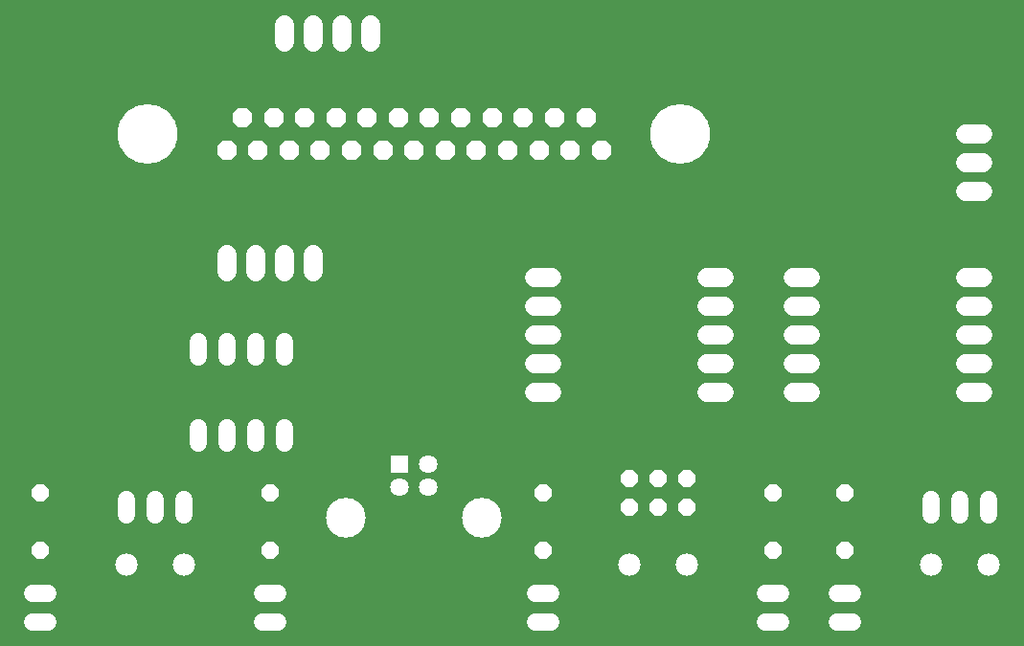
<source format=gbr>
G04 EAGLE Gerber RS-274X export*
G75*
%MOIN*%
%FSLAX34Y34*%
%LPD*%
%INSoldermask Top*%
%IPNEG*%
%AMOC8*
5,1,8,0,0,1.08239X$1,22.5*%
G01*
%ADD10C,0.060000*%
%ADD11C,0.064220*%
%ADD12R,0.064220X0.064220*%
%ADD13C,0.138551*%
%ADD14P,0.064943X8X112.500000*%
%ADD15C,0.078000*%
%ADD16C,0.068000*%
%ADD17P,0.073603X8X22.500000*%
%ADD18C,0.208000*%


D10*
X34240Y500D02*
X34760Y500D01*
X34760Y1500D02*
X34240Y1500D01*
X32260Y500D02*
X31740Y500D01*
X31740Y1500D02*
X32260Y1500D01*
X24260Y500D02*
X23740Y500D01*
X23740Y1500D02*
X24260Y1500D01*
X14760Y500D02*
X14240Y500D01*
X14240Y1500D02*
X14760Y1500D01*
X6760Y500D02*
X6240Y500D01*
X6240Y1500D02*
X6760Y1500D01*
D11*
X19984Y6000D03*
D12*
X19000Y6000D03*
D11*
X19984Y5213D03*
X19000Y5213D03*
D13*
X21862Y4146D03*
X17122Y4146D03*
D14*
X27000Y4500D03*
X28000Y4500D03*
X29000Y4500D03*
D15*
X27000Y2500D03*
X29000Y2500D03*
D14*
X27000Y5500D03*
X28000Y5500D03*
X29000Y5500D03*
D10*
X9500Y4760D02*
X9500Y4240D01*
X10500Y4240D02*
X10500Y4760D01*
X11500Y4760D02*
X11500Y4240D01*
D15*
X9500Y2500D03*
X11500Y2500D03*
D10*
X37500Y4240D02*
X37500Y4760D01*
X38500Y4760D02*
X38500Y4240D01*
X39500Y4240D02*
X39500Y4760D01*
D15*
X37500Y2500D03*
X39500Y2500D03*
D16*
X39300Y17500D02*
X38700Y17500D01*
X38700Y16500D02*
X39300Y16500D01*
X39300Y15500D02*
X38700Y15500D01*
X18000Y20700D02*
X18000Y21300D01*
X17000Y21300D02*
X17000Y20700D01*
X16000Y20700D02*
X16000Y21300D01*
X15000Y21300D02*
X15000Y20700D01*
X13000Y13300D02*
X13000Y12700D01*
X14000Y12700D02*
X14000Y13300D01*
X15000Y13300D02*
X15000Y12700D01*
X16000Y12700D02*
X16000Y13300D01*
D17*
X26020Y16940D03*
X24930Y16940D03*
X23850Y16940D03*
X22760Y16940D03*
X21670Y16940D03*
X20590Y16940D03*
X19500Y16940D03*
X18410Y16940D03*
X17330Y16940D03*
X16240Y16940D03*
X15150Y16940D03*
X14070Y16940D03*
X12980Y16940D03*
X25480Y18060D03*
X24390Y18060D03*
X23300Y18060D03*
X22220Y18060D03*
X21130Y18060D03*
X20040Y18060D03*
X18960Y18060D03*
X17870Y18060D03*
X16780Y18060D03*
X15700Y18060D03*
X14610Y18060D03*
X13520Y18060D03*
D18*
X10240Y17500D03*
X28760Y17500D03*
D16*
X38700Y8500D02*
X39300Y8500D01*
X39300Y9500D02*
X38700Y9500D01*
X38700Y10500D02*
X39300Y10500D01*
X39300Y11500D02*
X38700Y11500D01*
X38700Y12500D02*
X39300Y12500D01*
X33300Y8500D02*
X32700Y8500D01*
X32700Y9500D02*
X33300Y9500D01*
X33300Y10500D02*
X32700Y10500D01*
X32700Y11500D02*
X33300Y11500D01*
X33300Y12500D02*
X32700Y12500D01*
X30300Y8500D02*
X29700Y8500D01*
X29700Y9500D02*
X30300Y9500D01*
X30300Y10500D02*
X29700Y10500D01*
X29700Y11500D02*
X30300Y11500D01*
X30300Y12500D02*
X29700Y12500D01*
X24300Y8500D02*
X23700Y8500D01*
X23700Y9500D02*
X24300Y9500D01*
X24300Y10500D02*
X23700Y10500D01*
X23700Y11500D02*
X24300Y11500D01*
X24300Y12500D02*
X23700Y12500D01*
D14*
X34500Y3000D03*
X34500Y5000D03*
X32000Y3000D03*
X32000Y5000D03*
X24000Y3000D03*
X24000Y5000D03*
X14500Y3000D03*
X14500Y5000D03*
X6500Y3000D03*
X6500Y5000D03*
D10*
X12000Y9740D02*
X12000Y10260D01*
X13000Y10260D02*
X13000Y9740D01*
X13000Y7260D02*
X13000Y6740D01*
X12000Y6740D02*
X12000Y7260D01*
X14000Y9740D02*
X14000Y10260D01*
X15000Y10260D02*
X15000Y9740D01*
X14000Y7260D02*
X14000Y6740D01*
X15000Y6740D02*
X15000Y7260D01*
M02*

</source>
